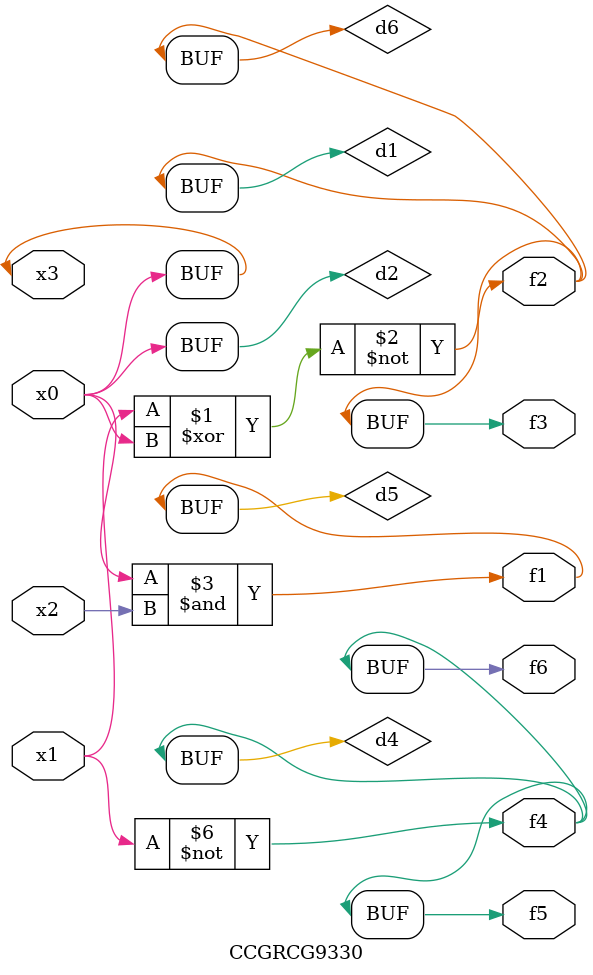
<source format=v>
module CCGRCG9330(
	input x0, x1, x2, x3,
	output f1, f2, f3, f4, f5, f6
);

	wire d1, d2, d3, d4, d5, d6;

	xnor (d1, x1, x3);
	buf (d2, x0, x3);
	nand (d3, x0, x2);
	not (d4, x1);
	nand (d5, d3);
	or (d6, d1);
	assign f1 = d5;
	assign f2 = d6;
	assign f3 = d6;
	assign f4 = d4;
	assign f5 = d4;
	assign f6 = d4;
endmodule

</source>
